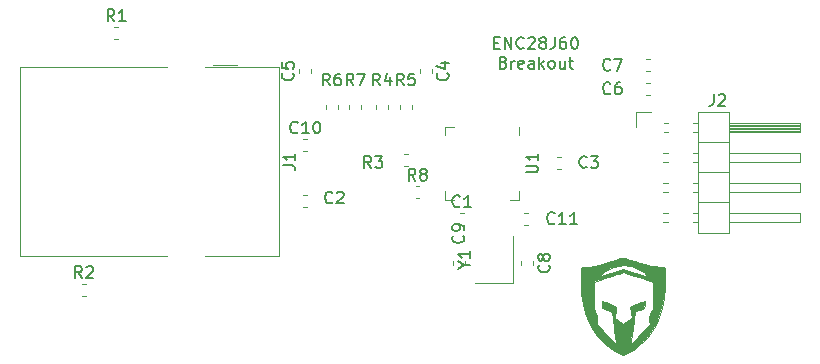
<source format=gbr>
%TF.GenerationSoftware,KiCad,Pcbnew,(5.1.6)-1*%
%TF.CreationDate,2020-09-26T17:15:15+05:30*%
%TF.ProjectId,ENC28J60_Dev_Board,454e4332-384a-4363-905f-4465765f426f,rev?*%
%TF.SameCoordinates,Original*%
%TF.FileFunction,Legend,Top*%
%TF.FilePolarity,Positive*%
%FSLAX46Y46*%
G04 Gerber Fmt 4.6, Leading zero omitted, Abs format (unit mm)*
G04 Created by KiCad (PCBNEW (5.1.6)-1) date 2020-09-26 17:15:15*
%MOMM*%
%LPD*%
G01*
G04 APERTURE LIST*
%ADD10C,0.150000*%
%ADD11C,0.010000*%
%ADD12C,0.120000*%
G04 APERTURE END LIST*
D10*
X126476190Y-84103571D02*
X126809523Y-84103571D01*
X126952380Y-84627380D02*
X126476190Y-84627380D01*
X126476190Y-83627380D01*
X126952380Y-83627380D01*
X127380952Y-84627380D02*
X127380952Y-83627380D01*
X127952380Y-84627380D01*
X127952380Y-83627380D01*
X129000000Y-84532142D02*
X128952380Y-84579761D01*
X128809523Y-84627380D01*
X128714285Y-84627380D01*
X128571428Y-84579761D01*
X128476190Y-84484523D01*
X128428571Y-84389285D01*
X128380952Y-84198809D01*
X128380952Y-84055952D01*
X128428571Y-83865476D01*
X128476190Y-83770238D01*
X128571428Y-83675000D01*
X128714285Y-83627380D01*
X128809523Y-83627380D01*
X128952380Y-83675000D01*
X129000000Y-83722619D01*
X129380952Y-83722619D02*
X129428571Y-83675000D01*
X129523809Y-83627380D01*
X129761904Y-83627380D01*
X129857142Y-83675000D01*
X129904761Y-83722619D01*
X129952380Y-83817857D01*
X129952380Y-83913095D01*
X129904761Y-84055952D01*
X129333333Y-84627380D01*
X129952380Y-84627380D01*
X130523809Y-84055952D02*
X130428571Y-84008333D01*
X130380952Y-83960714D01*
X130333333Y-83865476D01*
X130333333Y-83817857D01*
X130380952Y-83722619D01*
X130428571Y-83675000D01*
X130523809Y-83627380D01*
X130714285Y-83627380D01*
X130809523Y-83675000D01*
X130857142Y-83722619D01*
X130904761Y-83817857D01*
X130904761Y-83865476D01*
X130857142Y-83960714D01*
X130809523Y-84008333D01*
X130714285Y-84055952D01*
X130523809Y-84055952D01*
X130428571Y-84103571D01*
X130380952Y-84151190D01*
X130333333Y-84246428D01*
X130333333Y-84436904D01*
X130380952Y-84532142D01*
X130428571Y-84579761D01*
X130523809Y-84627380D01*
X130714285Y-84627380D01*
X130809523Y-84579761D01*
X130857142Y-84532142D01*
X130904761Y-84436904D01*
X130904761Y-84246428D01*
X130857142Y-84151190D01*
X130809523Y-84103571D01*
X130714285Y-84055952D01*
X131619047Y-83627380D02*
X131619047Y-84341666D01*
X131571428Y-84484523D01*
X131476190Y-84579761D01*
X131333333Y-84627380D01*
X131238095Y-84627380D01*
X132523809Y-83627380D02*
X132333333Y-83627380D01*
X132238095Y-83675000D01*
X132190476Y-83722619D01*
X132095238Y-83865476D01*
X132047619Y-84055952D01*
X132047619Y-84436904D01*
X132095238Y-84532142D01*
X132142857Y-84579761D01*
X132238095Y-84627380D01*
X132428571Y-84627380D01*
X132523809Y-84579761D01*
X132571428Y-84532142D01*
X132619047Y-84436904D01*
X132619047Y-84198809D01*
X132571428Y-84103571D01*
X132523809Y-84055952D01*
X132428571Y-84008333D01*
X132238095Y-84008333D01*
X132142857Y-84055952D01*
X132095238Y-84103571D01*
X132047619Y-84198809D01*
X133238095Y-83627380D02*
X133333333Y-83627380D01*
X133428571Y-83675000D01*
X133476190Y-83722619D01*
X133523809Y-83817857D01*
X133571428Y-84008333D01*
X133571428Y-84246428D01*
X133523809Y-84436904D01*
X133476190Y-84532142D01*
X133428571Y-84579761D01*
X133333333Y-84627380D01*
X133238095Y-84627380D01*
X133142857Y-84579761D01*
X133095238Y-84532142D01*
X133047619Y-84436904D01*
X133000000Y-84246428D01*
X133000000Y-84008333D01*
X133047619Y-83817857D01*
X133095238Y-83722619D01*
X133142857Y-83675000D01*
X133238095Y-83627380D01*
X127285714Y-85753571D02*
X127428571Y-85801190D01*
X127476190Y-85848809D01*
X127523809Y-85944047D01*
X127523809Y-86086904D01*
X127476190Y-86182142D01*
X127428571Y-86229761D01*
X127333333Y-86277380D01*
X126952380Y-86277380D01*
X126952380Y-85277380D01*
X127285714Y-85277380D01*
X127380952Y-85325000D01*
X127428571Y-85372619D01*
X127476190Y-85467857D01*
X127476190Y-85563095D01*
X127428571Y-85658333D01*
X127380952Y-85705952D01*
X127285714Y-85753571D01*
X126952380Y-85753571D01*
X127952380Y-86277380D02*
X127952380Y-85610714D01*
X127952380Y-85801190D02*
X128000000Y-85705952D01*
X128047619Y-85658333D01*
X128142857Y-85610714D01*
X128238095Y-85610714D01*
X128952380Y-86229761D02*
X128857142Y-86277380D01*
X128666666Y-86277380D01*
X128571428Y-86229761D01*
X128523809Y-86134523D01*
X128523809Y-85753571D01*
X128571428Y-85658333D01*
X128666666Y-85610714D01*
X128857142Y-85610714D01*
X128952380Y-85658333D01*
X129000000Y-85753571D01*
X129000000Y-85848809D01*
X128523809Y-85944047D01*
X129857142Y-86277380D02*
X129857142Y-85753571D01*
X129809523Y-85658333D01*
X129714285Y-85610714D01*
X129523809Y-85610714D01*
X129428571Y-85658333D01*
X129857142Y-86229761D02*
X129761904Y-86277380D01*
X129523809Y-86277380D01*
X129428571Y-86229761D01*
X129380952Y-86134523D01*
X129380952Y-86039285D01*
X129428571Y-85944047D01*
X129523809Y-85896428D01*
X129761904Y-85896428D01*
X129857142Y-85848809D01*
X130333333Y-86277380D02*
X130333333Y-85277380D01*
X130428571Y-85896428D02*
X130714285Y-86277380D01*
X130714285Y-85610714D02*
X130333333Y-85991666D01*
X131285714Y-86277380D02*
X131190476Y-86229761D01*
X131142857Y-86182142D01*
X131095238Y-86086904D01*
X131095238Y-85801190D01*
X131142857Y-85705952D01*
X131190476Y-85658333D01*
X131285714Y-85610714D01*
X131428571Y-85610714D01*
X131523809Y-85658333D01*
X131571428Y-85705952D01*
X131619047Y-85801190D01*
X131619047Y-86086904D01*
X131571428Y-86182142D01*
X131523809Y-86229761D01*
X131428571Y-86277380D01*
X131285714Y-86277380D01*
X132476190Y-85610714D02*
X132476190Y-86277380D01*
X132047619Y-85610714D02*
X132047619Y-86134523D01*
X132095238Y-86229761D01*
X132190476Y-86277380D01*
X132333333Y-86277380D01*
X132428571Y-86229761D01*
X132476190Y-86182142D01*
X132809523Y-85610714D02*
X133190476Y-85610714D01*
X132952380Y-85277380D02*
X132952380Y-86134523D01*
X133000000Y-86229761D01*
X133095238Y-86277380D01*
X133190476Y-86277380D01*
D11*
%TO.C,G\u002A\u002A\u002A*%
G36*
X137470145Y-102295129D02*
G01*
X137605194Y-102336391D01*
X137783798Y-102397010D01*
X137931091Y-102450177D01*
X138379391Y-102604943D01*
X138841880Y-102744490D01*
X139300851Y-102864737D01*
X139738597Y-102961599D01*
X140137413Y-103030993D01*
X140479590Y-103068836D01*
X140639332Y-103074724D01*
X140798335Y-103081350D01*
X140887806Y-103105042D01*
X140929931Y-103151951D01*
X140931473Y-103155728D01*
X140943583Y-103227577D01*
X140956817Y-103374321D01*
X140969990Y-103578518D01*
X140981923Y-103822729D01*
X140988584Y-103998546D01*
X140980612Y-104894357D01*
X140895222Y-105743477D01*
X140732713Y-106544692D01*
X140493388Y-107296786D01*
X140177546Y-107998546D01*
X139868352Y-108525387D01*
X139682438Y-108777640D01*
X139441241Y-109058362D01*
X139166738Y-109345407D01*
X138880908Y-109616628D01*
X138605727Y-109849877D01*
X138416000Y-109988950D01*
X138272413Y-110080257D01*
X138096879Y-110185136D01*
X137907948Y-110293353D01*
X137724175Y-110394678D01*
X137564110Y-110478878D01*
X137446306Y-110535723D01*
X137389608Y-110555016D01*
X137345987Y-110534310D01*
X137239801Y-110479983D01*
X137090020Y-110401801D01*
X137007455Y-110358268D01*
X136594666Y-110123838D01*
X136238705Y-109882589D01*
X135905808Y-109609693D01*
X135617899Y-109336442D01*
X135216062Y-108895490D01*
X134877445Y-108433998D01*
X134590423Y-107932690D01*
X134343369Y-107372287D01*
X134210522Y-107002763D01*
X134079750Y-106580707D01*
X133980138Y-106181376D01*
X133908273Y-105781638D01*
X133860741Y-105358360D01*
X133834130Y-104888408D01*
X133825173Y-104391091D01*
X133825265Y-104327372D01*
X134906182Y-104327372D01*
X134906182Y-106581548D01*
X135067819Y-106875609D01*
X135149308Y-107032276D01*
X135197836Y-107159302D01*
X135221973Y-107292515D01*
X135230286Y-107467742D01*
X135231103Y-107558381D01*
X135232751Y-107947091D01*
X136004648Y-108785581D01*
X136264002Y-109063870D01*
X136474261Y-109282137D01*
X136632907Y-109437935D01*
X136737423Y-109528815D01*
X136785291Y-109552329D01*
X136788086Y-109547581D01*
X136785156Y-109483449D01*
X136771169Y-109340162D01*
X136747573Y-109130079D01*
X136715817Y-108865558D01*
X136677352Y-108558956D01*
X136633626Y-108222633D01*
X136625496Y-108161304D01*
X136451367Y-106851517D01*
X136052396Y-106691863D01*
X135653425Y-106532208D01*
X135621304Y-106255452D01*
X135606817Y-106106717D01*
X135601665Y-106000186D01*
X135605592Y-105962981D01*
X135651794Y-105973120D01*
X135764192Y-106011535D01*
X135923830Y-106070721D01*
X136111749Y-106143173D01*
X136308996Y-106221389D01*
X136496611Y-106297862D01*
X136655640Y-106365090D01*
X136767126Y-106415568D01*
X136810728Y-106440052D01*
X136818705Y-106497580D01*
X136810522Y-106622662D01*
X136788057Y-106792267D01*
X136776155Y-106863673D01*
X136744791Y-107050244D01*
X136721183Y-107206638D01*
X136709151Y-107306930D01*
X136708376Y-107323637D01*
X136745244Y-107377818D01*
X136843342Y-107465740D01*
X136985280Y-107572667D01*
X137071991Y-107631777D01*
X137434628Y-107870645D01*
X138171964Y-107376995D01*
X138092720Y-106907953D01*
X138013475Y-106438911D01*
X138110829Y-106401560D01*
X138190439Y-106370225D01*
X138335106Y-106312568D01*
X138524228Y-106236822D01*
X138735953Y-106151724D01*
X138938746Y-106071748D01*
X139108069Y-106008132D01*
X139227012Y-105967004D01*
X139278668Y-105954489D01*
X139279336Y-105954851D01*
X139278968Y-106004525D01*
X139262654Y-106118870D01*
X139236474Y-106260051D01*
X139178000Y-106549641D01*
X138831637Y-106686056D01*
X138664432Y-106754601D01*
X138530443Y-106814516D01*
X138453312Y-106855086D01*
X138445716Y-106860920D01*
X138431379Y-106912815D01*
X138407496Y-107041950D01*
X138375982Y-107234530D01*
X138338749Y-107476760D01*
X138297711Y-107754846D01*
X138254781Y-108054992D01*
X138211874Y-108363404D01*
X138170902Y-108666286D01*
X138133778Y-108949845D01*
X138102417Y-109200284D01*
X138078732Y-109403810D01*
X138064637Y-109546627D01*
X138062044Y-109614940D01*
X138063201Y-109618595D01*
X138097210Y-109590263D01*
X138184783Y-109502372D01*
X138317477Y-109363822D01*
X138486850Y-109183510D01*
X138684461Y-108970335D01*
X138868696Y-108769540D01*
X139658540Y-107904834D01*
X139631889Y-107556508D01*
X139620671Y-107373245D01*
X139626569Y-107244061D01*
X139657749Y-107131108D01*
X139722377Y-106996535D01*
X139772620Y-106904165D01*
X139940000Y-106600148D01*
X139940000Y-104325100D01*
X138727728Y-103928044D01*
X138407572Y-103823828D01*
X138114107Y-103729528D01*
X137859361Y-103648911D01*
X137655364Y-103585744D01*
X137514145Y-103543796D01*
X137447732Y-103526832D01*
X137446182Y-103526677D01*
X137385670Y-103539412D01*
X137249366Y-103577515D01*
X137049171Y-103637355D01*
X136796987Y-103715299D01*
X136504715Y-103807714D01*
X136184255Y-103910969D01*
X136141546Y-103924869D01*
X134906182Y-104327372D01*
X133825265Y-104327372D01*
X133825613Y-104089336D01*
X133828275Y-103887178D01*
X135425965Y-103887178D01*
X135472840Y-103878249D01*
X135594544Y-103843590D01*
X135778434Y-103787125D01*
X136011867Y-103712780D01*
X136282198Y-103624480D01*
X136426757Y-103576488D01*
X137410071Y-103248321D01*
X138455672Y-103595827D01*
X138748993Y-103693288D01*
X139011821Y-103780571D01*
X139231909Y-103853610D01*
X139397007Y-103908344D01*
X139494866Y-103940708D01*
X139516699Y-103947849D01*
X139499916Y-103918187D01*
X139440155Y-103837309D01*
X139387886Y-103770247D01*
X139150546Y-103533688D01*
X138841500Y-103323350D01*
X138479990Y-103149340D01*
X138085256Y-103021767D01*
X137880557Y-102978399D01*
X137474920Y-102945085D01*
X137054428Y-102977599D01*
X136638297Y-103069932D01*
X136245745Y-103216079D01*
X135895986Y-103410031D01*
X135608237Y-103645782D01*
X135551897Y-103706366D01*
X135471217Y-103805390D01*
X135428080Y-103872651D01*
X135425965Y-103887178D01*
X133828275Y-103887178D01*
X133829309Y-103808674D01*
X133835782Y-103566000D01*
X133844551Y-103378208D01*
X133855137Y-103262194D01*
X133857638Y-103248091D01*
X133894367Y-103074909D01*
X134157820Y-103074724D01*
X134512500Y-103053122D01*
X134933263Y-102991045D01*
X135404926Y-102891915D01*
X135912307Y-102759156D01*
X136440224Y-102596191D01*
X136741391Y-102492216D01*
X136963660Y-102414181D01*
X137158316Y-102349029D01*
X137307064Y-102302653D01*
X137391607Y-102280947D01*
X137400000Y-102280064D01*
X137470145Y-102295129D01*
G37*
X137470145Y-102295129D02*
X137605194Y-102336391D01*
X137783798Y-102397010D01*
X137931091Y-102450177D01*
X138379391Y-102604943D01*
X138841880Y-102744490D01*
X139300851Y-102864737D01*
X139738597Y-102961599D01*
X140137413Y-103030993D01*
X140479590Y-103068836D01*
X140639332Y-103074724D01*
X140798335Y-103081350D01*
X140887806Y-103105042D01*
X140929931Y-103151951D01*
X140931473Y-103155728D01*
X140943583Y-103227577D01*
X140956817Y-103374321D01*
X140969990Y-103578518D01*
X140981923Y-103822729D01*
X140988584Y-103998546D01*
X140980612Y-104894357D01*
X140895222Y-105743477D01*
X140732713Y-106544692D01*
X140493388Y-107296786D01*
X140177546Y-107998546D01*
X139868352Y-108525387D01*
X139682438Y-108777640D01*
X139441241Y-109058362D01*
X139166738Y-109345407D01*
X138880908Y-109616628D01*
X138605727Y-109849877D01*
X138416000Y-109988950D01*
X138272413Y-110080257D01*
X138096879Y-110185136D01*
X137907948Y-110293353D01*
X137724175Y-110394678D01*
X137564110Y-110478878D01*
X137446306Y-110535723D01*
X137389608Y-110555016D01*
X137345987Y-110534310D01*
X137239801Y-110479983D01*
X137090020Y-110401801D01*
X137007455Y-110358268D01*
X136594666Y-110123838D01*
X136238705Y-109882589D01*
X135905808Y-109609693D01*
X135617899Y-109336442D01*
X135216062Y-108895490D01*
X134877445Y-108433998D01*
X134590423Y-107932690D01*
X134343369Y-107372287D01*
X134210522Y-107002763D01*
X134079750Y-106580707D01*
X133980138Y-106181376D01*
X133908273Y-105781638D01*
X133860741Y-105358360D01*
X133834130Y-104888408D01*
X133825173Y-104391091D01*
X133825265Y-104327372D01*
X134906182Y-104327372D01*
X134906182Y-106581548D01*
X135067819Y-106875609D01*
X135149308Y-107032276D01*
X135197836Y-107159302D01*
X135221973Y-107292515D01*
X135230286Y-107467742D01*
X135231103Y-107558381D01*
X135232751Y-107947091D01*
X136004648Y-108785581D01*
X136264002Y-109063870D01*
X136474261Y-109282137D01*
X136632907Y-109437935D01*
X136737423Y-109528815D01*
X136785291Y-109552329D01*
X136788086Y-109547581D01*
X136785156Y-109483449D01*
X136771169Y-109340162D01*
X136747573Y-109130079D01*
X136715817Y-108865558D01*
X136677352Y-108558956D01*
X136633626Y-108222633D01*
X136625496Y-108161304D01*
X136451367Y-106851517D01*
X136052396Y-106691863D01*
X135653425Y-106532208D01*
X135621304Y-106255452D01*
X135606817Y-106106717D01*
X135601665Y-106000186D01*
X135605592Y-105962981D01*
X135651794Y-105973120D01*
X135764192Y-106011535D01*
X135923830Y-106070721D01*
X136111749Y-106143173D01*
X136308996Y-106221389D01*
X136496611Y-106297862D01*
X136655640Y-106365090D01*
X136767126Y-106415568D01*
X136810728Y-106440052D01*
X136818705Y-106497580D01*
X136810522Y-106622662D01*
X136788057Y-106792267D01*
X136776155Y-106863673D01*
X136744791Y-107050244D01*
X136721183Y-107206638D01*
X136709151Y-107306930D01*
X136708376Y-107323637D01*
X136745244Y-107377818D01*
X136843342Y-107465740D01*
X136985280Y-107572667D01*
X137071991Y-107631777D01*
X137434628Y-107870645D01*
X138171964Y-107376995D01*
X138092720Y-106907953D01*
X138013475Y-106438911D01*
X138110829Y-106401560D01*
X138190439Y-106370225D01*
X138335106Y-106312568D01*
X138524228Y-106236822D01*
X138735953Y-106151724D01*
X138938746Y-106071748D01*
X139108069Y-106008132D01*
X139227012Y-105967004D01*
X139278668Y-105954489D01*
X139279336Y-105954851D01*
X139278968Y-106004525D01*
X139262654Y-106118870D01*
X139236474Y-106260051D01*
X139178000Y-106549641D01*
X138831637Y-106686056D01*
X138664432Y-106754601D01*
X138530443Y-106814516D01*
X138453312Y-106855086D01*
X138445716Y-106860920D01*
X138431379Y-106912815D01*
X138407496Y-107041950D01*
X138375982Y-107234530D01*
X138338749Y-107476760D01*
X138297711Y-107754846D01*
X138254781Y-108054992D01*
X138211874Y-108363404D01*
X138170902Y-108666286D01*
X138133778Y-108949845D01*
X138102417Y-109200284D01*
X138078732Y-109403810D01*
X138064637Y-109546627D01*
X138062044Y-109614940D01*
X138063201Y-109618595D01*
X138097210Y-109590263D01*
X138184783Y-109502372D01*
X138317477Y-109363822D01*
X138486850Y-109183510D01*
X138684461Y-108970335D01*
X138868696Y-108769540D01*
X139658540Y-107904834D01*
X139631889Y-107556508D01*
X139620671Y-107373245D01*
X139626569Y-107244061D01*
X139657749Y-107131108D01*
X139722377Y-106996535D01*
X139772620Y-106904165D01*
X139940000Y-106600148D01*
X139940000Y-104325100D01*
X138727728Y-103928044D01*
X138407572Y-103823828D01*
X138114107Y-103729528D01*
X137859361Y-103648911D01*
X137655364Y-103585744D01*
X137514145Y-103543796D01*
X137447732Y-103526832D01*
X137446182Y-103526677D01*
X137385670Y-103539412D01*
X137249366Y-103577515D01*
X137049171Y-103637355D01*
X136796987Y-103715299D01*
X136504715Y-103807714D01*
X136184255Y-103910969D01*
X136141546Y-103924869D01*
X134906182Y-104327372D01*
X133825265Y-104327372D01*
X133825613Y-104089336D01*
X133828275Y-103887178D01*
X135425965Y-103887178D01*
X135472840Y-103878249D01*
X135594544Y-103843590D01*
X135778434Y-103787125D01*
X136011867Y-103712780D01*
X136282198Y-103624480D01*
X136426757Y-103576488D01*
X137410071Y-103248321D01*
X138455672Y-103595827D01*
X138748993Y-103693288D01*
X139011821Y-103780571D01*
X139231909Y-103853610D01*
X139397007Y-103908344D01*
X139494866Y-103940708D01*
X139516699Y-103947849D01*
X139499916Y-103918187D01*
X139440155Y-103837309D01*
X139387886Y-103770247D01*
X139150546Y-103533688D01*
X138841500Y-103323350D01*
X138479990Y-103149340D01*
X138085256Y-103021767D01*
X137880557Y-102978399D01*
X137474920Y-102945085D01*
X137054428Y-102977599D01*
X136638297Y-103069932D01*
X136245745Y-103216079D01*
X135895986Y-103410031D01*
X135608237Y-103645782D01*
X135551897Y-103706366D01*
X135471217Y-103805390D01*
X135428080Y-103872651D01*
X135425965Y-103887178D01*
X133828275Y-103887178D01*
X133829309Y-103808674D01*
X133835782Y-103566000D01*
X133844551Y-103378208D01*
X133855137Y-103262194D01*
X133857638Y-103248091D01*
X133894367Y-103074909D01*
X134157820Y-103074724D01*
X134512500Y-103053122D01*
X134933263Y-102991045D01*
X135404926Y-102891915D01*
X135912307Y-102759156D01*
X136440224Y-102596191D01*
X136741391Y-102492216D01*
X136963660Y-102414181D01*
X137158316Y-102349029D01*
X137307064Y-102302653D01*
X137391607Y-102280947D01*
X137400000Y-102280064D01*
X137470145Y-102295129D01*
D12*
%TO.C,C1*%
X123587221Y-99510000D02*
X123912779Y-99510000D01*
X123587221Y-98490000D02*
X123912779Y-98490000D01*
%TO.C,C2*%
X110299721Y-96990000D02*
X110625279Y-96990000D01*
X110299721Y-98010000D02*
X110625279Y-98010000D01*
%TO.C,C3*%
X131837221Y-94760000D02*
X132162779Y-94760000D01*
X131837221Y-93740000D02*
X132162779Y-93740000D01*
%TO.C,C4*%
X121260000Y-86337221D02*
X121260000Y-86662779D01*
X120240000Y-86337221D02*
X120240000Y-86662779D01*
%TO.C,C5*%
X111010000Y-86662779D02*
X111010000Y-86337221D01*
X109990000Y-86662779D02*
X109990000Y-86337221D01*
%TO.C,C6*%
X139337221Y-88510000D02*
X139662779Y-88510000D01*
X139337221Y-87490000D02*
X139662779Y-87490000D01*
%TO.C,C7*%
X139337221Y-85490000D02*
X139662779Y-85490000D01*
X139337221Y-86510000D02*
X139662779Y-86510000D01*
%TO.C,C8*%
X129760000Y-102927780D02*
X129760000Y-102602222D01*
X128740000Y-102927780D02*
X128740000Y-102602222D01*
%TO.C,C9*%
X122990000Y-102912779D02*
X122990000Y-102587221D01*
X124010000Y-102912779D02*
X124010000Y-102587221D01*
%TO.C,C10*%
X110337221Y-93260000D02*
X110662779Y-93260000D01*
X110337221Y-92240000D02*
X110662779Y-92240000D01*
%TO.C,C11*%
X129049721Y-98490000D02*
X129375279Y-98490000D01*
X129049721Y-99510000D02*
X129375279Y-99510000D01*
%TO.C,J1*%
X104700000Y-85970000D02*
X102700000Y-85970000D01*
X86370000Y-86170000D02*
X98810000Y-86170000D01*
X86370000Y-102120000D02*
X86370000Y-86170000D01*
X98810000Y-102120000D02*
X86370000Y-102120000D01*
X108290000Y-102120000D02*
X102010000Y-102120000D01*
X108290000Y-86170000D02*
X108290000Y-102120000D01*
X102010000Y-86170000D02*
X108290000Y-86170000D01*
%TO.C,J2*%
X138480000Y-89980000D02*
X139750000Y-89980000D01*
X138480000Y-91250000D02*
X138480000Y-89980000D01*
X140792929Y-99250000D02*
X141247071Y-99250000D01*
X140792929Y-98490000D02*
X141247071Y-98490000D01*
X143332929Y-99250000D02*
X143730000Y-99250000D01*
X143332929Y-98490000D02*
X143730000Y-98490000D01*
X152390000Y-99250000D02*
X146390000Y-99250000D01*
X152390000Y-98490000D02*
X152390000Y-99250000D01*
X146390000Y-98490000D02*
X152390000Y-98490000D01*
X143730000Y-97600000D02*
X146390000Y-97600000D01*
X140792929Y-96710000D02*
X141247071Y-96710000D01*
X140792929Y-95950000D02*
X141247071Y-95950000D01*
X143332929Y-96710000D02*
X143730000Y-96710000D01*
X143332929Y-95950000D02*
X143730000Y-95950000D01*
X152390000Y-96710000D02*
X146390000Y-96710000D01*
X152390000Y-95950000D02*
X152390000Y-96710000D01*
X146390000Y-95950000D02*
X152390000Y-95950000D01*
X143730000Y-95060000D02*
X146390000Y-95060000D01*
X140792929Y-94170000D02*
X141247071Y-94170000D01*
X140792929Y-93410000D02*
X141247071Y-93410000D01*
X143332929Y-94170000D02*
X143730000Y-94170000D01*
X143332929Y-93410000D02*
X143730000Y-93410000D01*
X152390000Y-94170000D02*
X146390000Y-94170000D01*
X152390000Y-93410000D02*
X152390000Y-94170000D01*
X146390000Y-93410000D02*
X152390000Y-93410000D01*
X143730000Y-92520000D02*
X146390000Y-92520000D01*
X140860000Y-91630000D02*
X141247071Y-91630000D01*
X140860000Y-90870000D02*
X141247071Y-90870000D01*
X143332929Y-91630000D02*
X143730000Y-91630000D01*
X143332929Y-90870000D02*
X143730000Y-90870000D01*
X146390000Y-91530000D02*
X152390000Y-91530000D01*
X146390000Y-91410000D02*
X152390000Y-91410000D01*
X146390000Y-91290000D02*
X152390000Y-91290000D01*
X146390000Y-91170000D02*
X152390000Y-91170000D01*
X146390000Y-91050000D02*
X152390000Y-91050000D01*
X146390000Y-90930000D02*
X152390000Y-90930000D01*
X152390000Y-91630000D02*
X146390000Y-91630000D01*
X152390000Y-90870000D02*
X152390000Y-91630000D01*
X146390000Y-90870000D02*
X152390000Y-90870000D01*
X146390000Y-89920000D02*
X143730000Y-89920000D01*
X146390000Y-100200000D02*
X146390000Y-89920000D01*
X143730000Y-100200000D02*
X146390000Y-100200000D01*
X143730000Y-89920000D02*
X143730000Y-100200000D01*
%TO.C,R1*%
X94337221Y-83760000D02*
X94662779Y-83760000D01*
X94337221Y-82740000D02*
X94662779Y-82740000D01*
%TO.C,R2*%
X91587221Y-105510000D02*
X91912779Y-105510000D01*
X91587221Y-104490000D02*
X91912779Y-104490000D01*
%TO.C,R3*%
X118837221Y-93490000D02*
X119162779Y-93490000D01*
X118837221Y-94510000D02*
X119162779Y-94510000D01*
%TO.C,R4*%
X116490000Y-89662779D02*
X116490000Y-89337221D01*
X117510000Y-89662779D02*
X117510000Y-89337221D01*
%TO.C,R5*%
X118490000Y-89662779D02*
X118490000Y-89337221D01*
X119510000Y-89662779D02*
X119510000Y-89337221D01*
%TO.C,R6*%
X113260000Y-89662779D02*
X113260000Y-89337221D01*
X112240000Y-89662779D02*
X112240000Y-89337221D01*
%TO.C,R7*%
X114240000Y-89662779D02*
X114240000Y-89337221D01*
X115260000Y-89662779D02*
X115260000Y-89337221D01*
%TO.C,R8*%
X119837221Y-97260000D02*
X120162779Y-97260000D01*
X119837221Y-96240000D02*
X120162779Y-96240000D01*
%TO.C,U1*%
X128560000Y-91940000D02*
X128560000Y-91190000D01*
X122340000Y-97410000D02*
X123090000Y-97410000D01*
X122340000Y-96660000D02*
X122340000Y-97410000D01*
X122340000Y-91190000D02*
X123090000Y-91190000D01*
X122340000Y-91940000D02*
X122340000Y-91190000D01*
X128560000Y-97410000D02*
X127810000Y-97410000D01*
X128560000Y-96660000D02*
X128560000Y-97410000D01*
%TO.C,Y1*%
X128050000Y-104450000D02*
X128050000Y-100450000D01*
X124850000Y-104450000D02*
X128050000Y-104450000D01*
%TO.C,C1*%
D10*
X123583333Y-97927142D02*
X123535714Y-97974761D01*
X123392857Y-98022380D01*
X123297619Y-98022380D01*
X123154761Y-97974761D01*
X123059523Y-97879523D01*
X123011904Y-97784285D01*
X122964285Y-97593809D01*
X122964285Y-97450952D01*
X123011904Y-97260476D01*
X123059523Y-97165238D01*
X123154761Y-97070000D01*
X123297619Y-97022380D01*
X123392857Y-97022380D01*
X123535714Y-97070000D01*
X123583333Y-97117619D01*
X124535714Y-98022380D02*
X123964285Y-98022380D01*
X124250000Y-98022380D02*
X124250000Y-97022380D01*
X124154761Y-97165238D01*
X124059523Y-97260476D01*
X123964285Y-97308095D01*
%TO.C,C2*%
X112795833Y-97607142D02*
X112748214Y-97654761D01*
X112605357Y-97702380D01*
X112510119Y-97702380D01*
X112367261Y-97654761D01*
X112272023Y-97559523D01*
X112224404Y-97464285D01*
X112176785Y-97273809D01*
X112176785Y-97130952D01*
X112224404Y-96940476D01*
X112272023Y-96845238D01*
X112367261Y-96750000D01*
X112510119Y-96702380D01*
X112605357Y-96702380D01*
X112748214Y-96750000D01*
X112795833Y-96797619D01*
X113176785Y-96797619D02*
X113224404Y-96750000D01*
X113319642Y-96702380D01*
X113557738Y-96702380D01*
X113652976Y-96750000D01*
X113700595Y-96797619D01*
X113748214Y-96892857D01*
X113748214Y-96988095D01*
X113700595Y-97130952D01*
X113129166Y-97702380D01*
X113748214Y-97702380D01*
%TO.C,C3*%
X134333333Y-94607142D02*
X134285714Y-94654761D01*
X134142857Y-94702380D01*
X134047619Y-94702380D01*
X133904761Y-94654761D01*
X133809523Y-94559523D01*
X133761904Y-94464285D01*
X133714285Y-94273809D01*
X133714285Y-94130952D01*
X133761904Y-93940476D01*
X133809523Y-93845238D01*
X133904761Y-93750000D01*
X134047619Y-93702380D01*
X134142857Y-93702380D01*
X134285714Y-93750000D01*
X134333333Y-93797619D01*
X134666666Y-93702380D02*
X135285714Y-93702380D01*
X134952380Y-94083333D01*
X135095238Y-94083333D01*
X135190476Y-94130952D01*
X135238095Y-94178571D01*
X135285714Y-94273809D01*
X135285714Y-94511904D01*
X135238095Y-94607142D01*
X135190476Y-94654761D01*
X135095238Y-94702380D01*
X134809523Y-94702380D01*
X134714285Y-94654761D01*
X134666666Y-94607142D01*
%TO.C,C4*%
X122537142Y-86666666D02*
X122584761Y-86714285D01*
X122632380Y-86857142D01*
X122632380Y-86952380D01*
X122584761Y-87095238D01*
X122489523Y-87190476D01*
X122394285Y-87238095D01*
X122203809Y-87285714D01*
X122060952Y-87285714D01*
X121870476Y-87238095D01*
X121775238Y-87190476D01*
X121680000Y-87095238D01*
X121632380Y-86952380D01*
X121632380Y-86857142D01*
X121680000Y-86714285D01*
X121727619Y-86666666D01*
X121965714Y-85809523D02*
X122632380Y-85809523D01*
X121584761Y-86047619D02*
X122299047Y-86285714D01*
X122299047Y-85666666D01*
%TO.C,C5*%
X109427142Y-86666666D02*
X109474761Y-86714285D01*
X109522380Y-86857142D01*
X109522380Y-86952380D01*
X109474761Y-87095238D01*
X109379523Y-87190476D01*
X109284285Y-87238095D01*
X109093809Y-87285714D01*
X108950952Y-87285714D01*
X108760476Y-87238095D01*
X108665238Y-87190476D01*
X108570000Y-87095238D01*
X108522380Y-86952380D01*
X108522380Y-86857142D01*
X108570000Y-86714285D01*
X108617619Y-86666666D01*
X108522380Y-85761904D02*
X108522380Y-86238095D01*
X108998571Y-86285714D01*
X108950952Y-86238095D01*
X108903333Y-86142857D01*
X108903333Y-85904761D01*
X108950952Y-85809523D01*
X108998571Y-85761904D01*
X109093809Y-85714285D01*
X109331904Y-85714285D01*
X109427142Y-85761904D01*
X109474761Y-85809523D01*
X109522380Y-85904761D01*
X109522380Y-86142857D01*
X109474761Y-86238095D01*
X109427142Y-86285714D01*
%TO.C,C6*%
X136333333Y-88357142D02*
X136285714Y-88404761D01*
X136142857Y-88452380D01*
X136047619Y-88452380D01*
X135904761Y-88404761D01*
X135809523Y-88309523D01*
X135761904Y-88214285D01*
X135714285Y-88023809D01*
X135714285Y-87880952D01*
X135761904Y-87690476D01*
X135809523Y-87595238D01*
X135904761Y-87500000D01*
X136047619Y-87452380D01*
X136142857Y-87452380D01*
X136285714Y-87500000D01*
X136333333Y-87547619D01*
X137190476Y-87452380D02*
X137000000Y-87452380D01*
X136904761Y-87500000D01*
X136857142Y-87547619D01*
X136761904Y-87690476D01*
X136714285Y-87880952D01*
X136714285Y-88261904D01*
X136761904Y-88357142D01*
X136809523Y-88404761D01*
X136904761Y-88452380D01*
X137095238Y-88452380D01*
X137190476Y-88404761D01*
X137238095Y-88357142D01*
X137285714Y-88261904D01*
X137285714Y-88023809D01*
X137238095Y-87928571D01*
X137190476Y-87880952D01*
X137095238Y-87833333D01*
X136904761Y-87833333D01*
X136809523Y-87880952D01*
X136761904Y-87928571D01*
X136714285Y-88023809D01*
%TO.C,C7*%
X136333333Y-86357142D02*
X136285714Y-86404761D01*
X136142857Y-86452380D01*
X136047619Y-86452380D01*
X135904761Y-86404761D01*
X135809523Y-86309523D01*
X135761904Y-86214285D01*
X135714285Y-86023809D01*
X135714285Y-85880952D01*
X135761904Y-85690476D01*
X135809523Y-85595238D01*
X135904761Y-85500000D01*
X136047619Y-85452380D01*
X136142857Y-85452380D01*
X136285714Y-85500000D01*
X136333333Y-85547619D01*
X136666666Y-85452380D02*
X137333333Y-85452380D01*
X136904761Y-86452380D01*
%TO.C,C8*%
X131107142Y-102916666D02*
X131154761Y-102964285D01*
X131202380Y-103107142D01*
X131202380Y-103202380D01*
X131154761Y-103345238D01*
X131059523Y-103440476D01*
X130964285Y-103488095D01*
X130773809Y-103535714D01*
X130630952Y-103535714D01*
X130440476Y-103488095D01*
X130345238Y-103440476D01*
X130250000Y-103345238D01*
X130202380Y-103202380D01*
X130202380Y-103107142D01*
X130250000Y-102964285D01*
X130297619Y-102916666D01*
X130630952Y-102345238D02*
X130583333Y-102440476D01*
X130535714Y-102488095D01*
X130440476Y-102535714D01*
X130392857Y-102535714D01*
X130297619Y-102488095D01*
X130250000Y-102440476D01*
X130202380Y-102345238D01*
X130202380Y-102154761D01*
X130250000Y-102059523D01*
X130297619Y-102011904D01*
X130392857Y-101964285D01*
X130440476Y-101964285D01*
X130535714Y-102011904D01*
X130583333Y-102059523D01*
X130630952Y-102154761D01*
X130630952Y-102345238D01*
X130678571Y-102440476D01*
X130726190Y-102488095D01*
X130821428Y-102535714D01*
X131011904Y-102535714D01*
X131107142Y-102488095D01*
X131154761Y-102440476D01*
X131202380Y-102345238D01*
X131202380Y-102154761D01*
X131154761Y-102059523D01*
X131107142Y-102011904D01*
X131011904Y-101964285D01*
X130821428Y-101964285D01*
X130726190Y-102011904D01*
X130678571Y-102059523D01*
X130630952Y-102154761D01*
%TO.C,C9*%
X123857142Y-100416666D02*
X123904761Y-100464285D01*
X123952380Y-100607142D01*
X123952380Y-100702380D01*
X123904761Y-100845238D01*
X123809523Y-100940476D01*
X123714285Y-100988095D01*
X123523809Y-101035714D01*
X123380952Y-101035714D01*
X123190476Y-100988095D01*
X123095238Y-100940476D01*
X123000000Y-100845238D01*
X122952380Y-100702380D01*
X122952380Y-100607142D01*
X123000000Y-100464285D01*
X123047619Y-100416666D01*
X123952380Y-99940476D02*
X123952380Y-99750000D01*
X123904761Y-99654761D01*
X123857142Y-99607142D01*
X123714285Y-99511904D01*
X123523809Y-99464285D01*
X123142857Y-99464285D01*
X123047619Y-99511904D01*
X123000000Y-99559523D01*
X122952380Y-99654761D01*
X122952380Y-99845238D01*
X123000000Y-99940476D01*
X123047619Y-99988095D01*
X123142857Y-100035714D01*
X123380952Y-100035714D01*
X123476190Y-99988095D01*
X123523809Y-99940476D01*
X123571428Y-99845238D01*
X123571428Y-99654761D01*
X123523809Y-99559523D01*
X123476190Y-99511904D01*
X123380952Y-99464285D01*
%TO.C,C10*%
X109857142Y-91677142D02*
X109809523Y-91724761D01*
X109666666Y-91772380D01*
X109571428Y-91772380D01*
X109428571Y-91724761D01*
X109333333Y-91629523D01*
X109285714Y-91534285D01*
X109238095Y-91343809D01*
X109238095Y-91200952D01*
X109285714Y-91010476D01*
X109333333Y-90915238D01*
X109428571Y-90820000D01*
X109571428Y-90772380D01*
X109666666Y-90772380D01*
X109809523Y-90820000D01*
X109857142Y-90867619D01*
X110809523Y-91772380D02*
X110238095Y-91772380D01*
X110523809Y-91772380D02*
X110523809Y-90772380D01*
X110428571Y-90915238D01*
X110333333Y-91010476D01*
X110238095Y-91058095D01*
X111428571Y-90772380D02*
X111523809Y-90772380D01*
X111619047Y-90820000D01*
X111666666Y-90867619D01*
X111714285Y-90962857D01*
X111761904Y-91153333D01*
X111761904Y-91391428D01*
X111714285Y-91581904D01*
X111666666Y-91677142D01*
X111619047Y-91724761D01*
X111523809Y-91772380D01*
X111428571Y-91772380D01*
X111333333Y-91724761D01*
X111285714Y-91677142D01*
X111238095Y-91581904D01*
X111190476Y-91391428D01*
X111190476Y-91153333D01*
X111238095Y-90962857D01*
X111285714Y-90867619D01*
X111333333Y-90820000D01*
X111428571Y-90772380D01*
%TO.C,C11*%
X131607142Y-99357142D02*
X131559523Y-99404761D01*
X131416666Y-99452380D01*
X131321428Y-99452380D01*
X131178571Y-99404761D01*
X131083333Y-99309523D01*
X131035714Y-99214285D01*
X130988095Y-99023809D01*
X130988095Y-98880952D01*
X131035714Y-98690476D01*
X131083333Y-98595238D01*
X131178571Y-98500000D01*
X131321428Y-98452380D01*
X131416666Y-98452380D01*
X131559523Y-98500000D01*
X131607142Y-98547619D01*
X132559523Y-99452380D02*
X131988095Y-99452380D01*
X132273809Y-99452380D02*
X132273809Y-98452380D01*
X132178571Y-98595238D01*
X132083333Y-98690476D01*
X131988095Y-98738095D01*
X133511904Y-99452380D02*
X132940476Y-99452380D01*
X133226190Y-99452380D02*
X133226190Y-98452380D01*
X133130952Y-98595238D01*
X133035714Y-98690476D01*
X132940476Y-98738095D01*
%TO.C,J1*%
X108642380Y-94478333D02*
X109356666Y-94478333D01*
X109499523Y-94525952D01*
X109594761Y-94621190D01*
X109642380Y-94764047D01*
X109642380Y-94859285D01*
X109642380Y-93478333D02*
X109642380Y-94049761D01*
X109642380Y-93764047D02*
X108642380Y-93764047D01*
X108785238Y-93859285D01*
X108880476Y-93954523D01*
X108928095Y-94049761D01*
%TO.C,J2*%
X145071666Y-88432380D02*
X145071666Y-89146666D01*
X145024047Y-89289523D01*
X144928809Y-89384761D01*
X144785952Y-89432380D01*
X144690714Y-89432380D01*
X145500238Y-88527619D02*
X145547857Y-88480000D01*
X145643095Y-88432380D01*
X145881190Y-88432380D01*
X145976428Y-88480000D01*
X146024047Y-88527619D01*
X146071666Y-88622857D01*
X146071666Y-88718095D01*
X146024047Y-88860952D01*
X145452619Y-89432380D01*
X146071666Y-89432380D01*
%TO.C,R1*%
X94333333Y-82272380D02*
X94000000Y-81796190D01*
X93761904Y-82272380D02*
X93761904Y-81272380D01*
X94142857Y-81272380D01*
X94238095Y-81320000D01*
X94285714Y-81367619D01*
X94333333Y-81462857D01*
X94333333Y-81605714D01*
X94285714Y-81700952D01*
X94238095Y-81748571D01*
X94142857Y-81796190D01*
X93761904Y-81796190D01*
X95285714Y-82272380D02*
X94714285Y-82272380D01*
X95000000Y-82272380D02*
X95000000Y-81272380D01*
X94904761Y-81415238D01*
X94809523Y-81510476D01*
X94714285Y-81558095D01*
%TO.C,R2*%
X91583333Y-104022380D02*
X91250000Y-103546190D01*
X91011904Y-104022380D02*
X91011904Y-103022380D01*
X91392857Y-103022380D01*
X91488095Y-103070000D01*
X91535714Y-103117619D01*
X91583333Y-103212857D01*
X91583333Y-103355714D01*
X91535714Y-103450952D01*
X91488095Y-103498571D01*
X91392857Y-103546190D01*
X91011904Y-103546190D01*
X91964285Y-103117619D02*
X92011904Y-103070000D01*
X92107142Y-103022380D01*
X92345238Y-103022380D01*
X92440476Y-103070000D01*
X92488095Y-103117619D01*
X92535714Y-103212857D01*
X92535714Y-103308095D01*
X92488095Y-103450952D01*
X91916666Y-104022380D01*
X92535714Y-104022380D01*
%TO.C,R3*%
X116083333Y-94702380D02*
X115750000Y-94226190D01*
X115511904Y-94702380D02*
X115511904Y-93702380D01*
X115892857Y-93702380D01*
X115988095Y-93750000D01*
X116035714Y-93797619D01*
X116083333Y-93892857D01*
X116083333Y-94035714D01*
X116035714Y-94130952D01*
X115988095Y-94178571D01*
X115892857Y-94226190D01*
X115511904Y-94226190D01*
X116416666Y-93702380D02*
X117035714Y-93702380D01*
X116702380Y-94083333D01*
X116845238Y-94083333D01*
X116940476Y-94130952D01*
X116988095Y-94178571D01*
X117035714Y-94273809D01*
X117035714Y-94511904D01*
X116988095Y-94607142D01*
X116940476Y-94654761D01*
X116845238Y-94702380D01*
X116559523Y-94702380D01*
X116464285Y-94654761D01*
X116416666Y-94607142D01*
%TO.C,R4*%
X116833333Y-87702380D02*
X116500000Y-87226190D01*
X116261904Y-87702380D02*
X116261904Y-86702380D01*
X116642857Y-86702380D01*
X116738095Y-86750000D01*
X116785714Y-86797619D01*
X116833333Y-86892857D01*
X116833333Y-87035714D01*
X116785714Y-87130952D01*
X116738095Y-87178571D01*
X116642857Y-87226190D01*
X116261904Y-87226190D01*
X117690476Y-87035714D02*
X117690476Y-87702380D01*
X117452380Y-86654761D02*
X117214285Y-87369047D01*
X117833333Y-87369047D01*
%TO.C,R5*%
X118833333Y-87702380D02*
X118500000Y-87226190D01*
X118261904Y-87702380D02*
X118261904Y-86702380D01*
X118642857Y-86702380D01*
X118738095Y-86750000D01*
X118785714Y-86797619D01*
X118833333Y-86892857D01*
X118833333Y-87035714D01*
X118785714Y-87130952D01*
X118738095Y-87178571D01*
X118642857Y-87226190D01*
X118261904Y-87226190D01*
X119738095Y-86702380D02*
X119261904Y-86702380D01*
X119214285Y-87178571D01*
X119261904Y-87130952D01*
X119357142Y-87083333D01*
X119595238Y-87083333D01*
X119690476Y-87130952D01*
X119738095Y-87178571D01*
X119785714Y-87273809D01*
X119785714Y-87511904D01*
X119738095Y-87607142D01*
X119690476Y-87654761D01*
X119595238Y-87702380D01*
X119357142Y-87702380D01*
X119261904Y-87654761D01*
X119214285Y-87607142D01*
%TO.C,R6*%
X112583333Y-87702380D02*
X112250000Y-87226190D01*
X112011904Y-87702380D02*
X112011904Y-86702380D01*
X112392857Y-86702380D01*
X112488095Y-86750000D01*
X112535714Y-86797619D01*
X112583333Y-86892857D01*
X112583333Y-87035714D01*
X112535714Y-87130952D01*
X112488095Y-87178571D01*
X112392857Y-87226190D01*
X112011904Y-87226190D01*
X113440476Y-86702380D02*
X113250000Y-86702380D01*
X113154761Y-86750000D01*
X113107142Y-86797619D01*
X113011904Y-86940476D01*
X112964285Y-87130952D01*
X112964285Y-87511904D01*
X113011904Y-87607142D01*
X113059523Y-87654761D01*
X113154761Y-87702380D01*
X113345238Y-87702380D01*
X113440476Y-87654761D01*
X113488095Y-87607142D01*
X113535714Y-87511904D01*
X113535714Y-87273809D01*
X113488095Y-87178571D01*
X113440476Y-87130952D01*
X113345238Y-87083333D01*
X113154761Y-87083333D01*
X113059523Y-87130952D01*
X113011904Y-87178571D01*
X112964285Y-87273809D01*
%TO.C,R7*%
X114583333Y-87702380D02*
X114250000Y-87226190D01*
X114011904Y-87702380D02*
X114011904Y-86702380D01*
X114392857Y-86702380D01*
X114488095Y-86750000D01*
X114535714Y-86797619D01*
X114583333Y-86892857D01*
X114583333Y-87035714D01*
X114535714Y-87130952D01*
X114488095Y-87178571D01*
X114392857Y-87226190D01*
X114011904Y-87226190D01*
X114916666Y-86702380D02*
X115583333Y-86702380D01*
X115154761Y-87702380D01*
%TO.C,R8*%
X119833333Y-95772380D02*
X119500000Y-95296190D01*
X119261904Y-95772380D02*
X119261904Y-94772380D01*
X119642857Y-94772380D01*
X119738095Y-94820000D01*
X119785714Y-94867619D01*
X119833333Y-94962857D01*
X119833333Y-95105714D01*
X119785714Y-95200952D01*
X119738095Y-95248571D01*
X119642857Y-95296190D01*
X119261904Y-95296190D01*
X120404761Y-95200952D02*
X120309523Y-95153333D01*
X120261904Y-95105714D01*
X120214285Y-95010476D01*
X120214285Y-94962857D01*
X120261904Y-94867619D01*
X120309523Y-94820000D01*
X120404761Y-94772380D01*
X120595238Y-94772380D01*
X120690476Y-94820000D01*
X120738095Y-94867619D01*
X120785714Y-94962857D01*
X120785714Y-95010476D01*
X120738095Y-95105714D01*
X120690476Y-95153333D01*
X120595238Y-95200952D01*
X120404761Y-95200952D01*
X120309523Y-95248571D01*
X120261904Y-95296190D01*
X120214285Y-95391428D01*
X120214285Y-95581904D01*
X120261904Y-95677142D01*
X120309523Y-95724761D01*
X120404761Y-95772380D01*
X120595238Y-95772380D01*
X120690476Y-95724761D01*
X120738095Y-95677142D01*
X120785714Y-95581904D01*
X120785714Y-95391428D01*
X120738095Y-95296190D01*
X120690476Y-95248571D01*
X120595238Y-95200952D01*
%TO.C,U1*%
X129202380Y-95061904D02*
X130011904Y-95061904D01*
X130107142Y-95014285D01*
X130154761Y-94966666D01*
X130202380Y-94871428D01*
X130202380Y-94680952D01*
X130154761Y-94585714D01*
X130107142Y-94538095D01*
X130011904Y-94490476D01*
X129202380Y-94490476D01*
X130202380Y-93490476D02*
X130202380Y-94061904D01*
X130202380Y-93776190D02*
X129202380Y-93776190D01*
X129345238Y-93871428D01*
X129440476Y-93966666D01*
X129488095Y-94061904D01*
%TO.C,Y1*%
X123976190Y-102926190D02*
X124452380Y-102926190D01*
X123452380Y-103259523D02*
X123976190Y-102926190D01*
X123452380Y-102592857D01*
X124452380Y-101735714D02*
X124452380Y-102307142D01*
X124452380Y-102021428D02*
X123452380Y-102021428D01*
X123595238Y-102116666D01*
X123690476Y-102211904D01*
X123738095Y-102307142D01*
%TD*%
M02*

</source>
